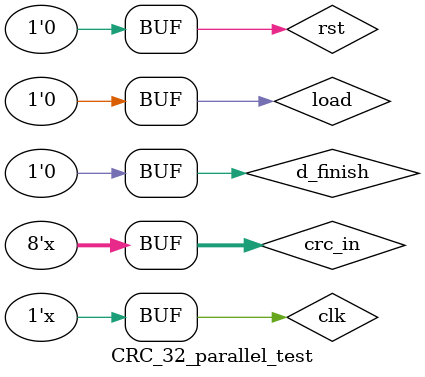
<source format=v>
module CRC_32_parallel_test; 
reg clk; 
reg rst; 
reg load;
reg d_finish; 
reg [7:0] crc_in; 
wire [7:0] crc_out; 
parameter clk_period = 40; 
initial
    begin
      $dumpfile("dump.vcd");
      $dumpvars();
    end
initial 
begin 
 #clk_period clk = 1; 
 #clk_period rst = 1; 
 #clk_period rst = 0; 
 #clk_period crc_in[7:0] = 8'b1010_1010; //
 #clk_period load = 1; 
 #clk_period load = 0; 
 #clk_period d_finish = 0; 
 #(10*clk_period) d_finish = 1; 
 #clk_period d_finish = 0; 
end 
always #(clk_period/2) clk = ~clk; 
always #(clk_period) crc_in[7:0] = ~crc_in[7:0]; //
//
CRC_32_parallel 
u1(.clk(clk), .rst(rst), .load(load), .d_finish(d_finish), .crc_in(crc_in), .crc_out(crc_out)); 
endmodule

</source>
